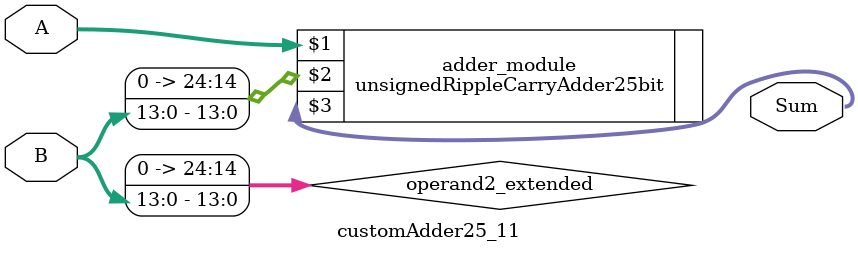
<source format=v>

module customAdder25_11(
                    input [24 : 0] A,
                    input [13 : 0] B,
                    
                    output [25 : 0] Sum
            );

    wire [24 : 0] operand2_extended;
    
    assign operand2_extended =  {11'b0, B};
    
    unsignedRippleCarryAdder25bit adder_module(
        A,
        operand2_extended,
        Sum
    );
    
endmodule
        
</source>
